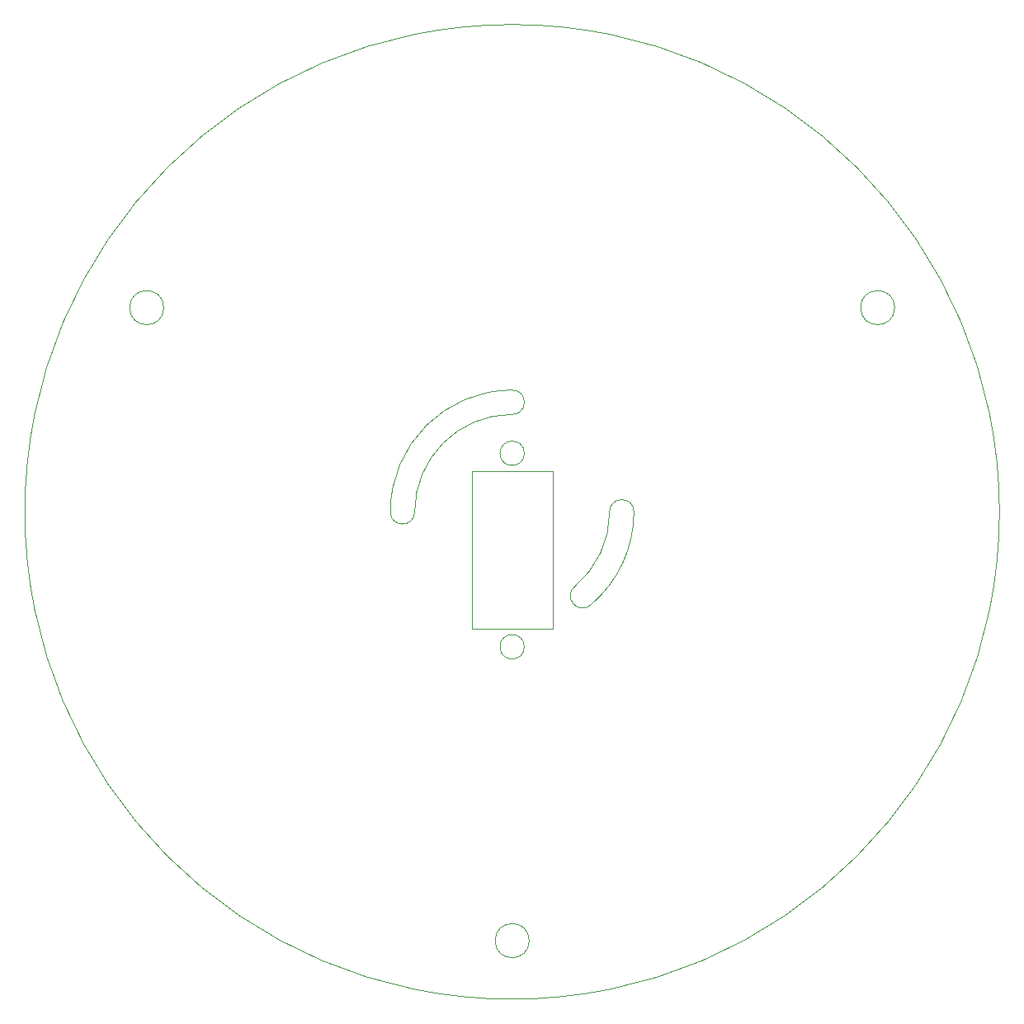
<source format=gko>
G04 Layer_Color=16711935*
%FSLAX44Y44*%
%MOMM*%
G71*
G01*
G75*
%ADD19C,0.1000*%
D19*
X64275Y-76604D02*
G03*
X80345Y-95756I8035J-9575D01*
G01*
X125000Y0D02*
G03*
X100000Y0I-12500J0D01*
G01*
X-125000D02*
G03*
X-100000Y0I12500J0D01*
G01*
X0Y100000D02*
G03*
X0Y125000I0J12500D01*
G01*
X80349Y-95756D02*
G03*
X125000Y0I-80349J95756D01*
G01*
X64279Y-76604D02*
G03*
X100000Y0I-64279J76604D01*
G01*
X0Y125000D02*
G03*
X-125000Y0I0J-125000D01*
G01*
X0Y100000D02*
G03*
X-100000Y0I0J-100000D01*
G01*
X-357500Y209520D02*
G03*
X-357500Y209520I-17500J0D01*
G01*
X392500D02*
G03*
X392500Y209520I-17500J0D01*
G01*
X17500Y-440000D02*
G03*
X17500Y-440000I-17500J0D01*
G01*
X12500Y60100D02*
G03*
X12500Y60100I-12500J0D01*
G01*
Y-138500D02*
G03*
X12500Y-138500I-12500J0D01*
G01*
X500000Y0D02*
G03*
X500000Y0I-500000J0D01*
G01*
X-41600Y-120000D02*
Y41600D01*
X41600D01*
Y-120000D02*
Y41600D01*
X-41600Y-120000D02*
X41600D01*
M02*

</source>
